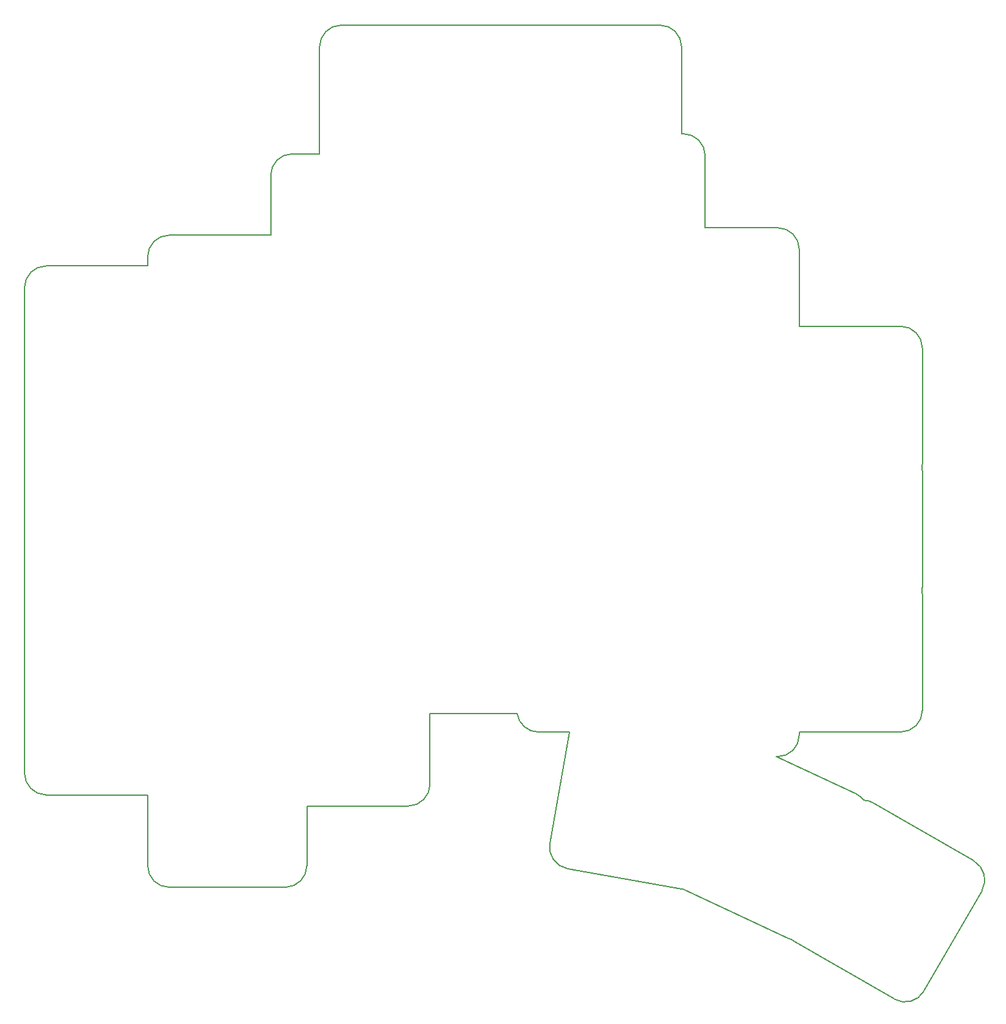
<source format=gm1>
G04 #@! TF.GenerationSoftware,KiCad,Pcbnew,9.0.7+1*
G04 #@! TF.CreationDate,2026-02-15T05:04:03+00:00*
G04 #@! TF.ProjectId,left_pcb,6c656674-5f70-4636-922e-6b696361645f,v0.2*
G04 #@! TF.SameCoordinates,Original*
G04 #@! TF.FileFunction,Profile,NP*
%FSLAX46Y46*%
G04 Gerber Fmt 4.6, Leading zero omitted, Abs format (unit mm)*
G04 Created by KiCad (PCBNEW 9.0.7+1) date 2026-02-15 05:04:03*
%MOMM*%
%LPD*%
G01*
G04 APERTURE LIST*
G04 #@! TA.AperFunction,Profile*
%ADD10C,0.150000*%
G04 #@! TD*
G04 APERTURE END LIST*
D10*
X27000000Y-144000000D02*
X41000000Y-144000000D01*
X24000000Y-125000000D02*
G75*
G02*
X24041961Y-124500000I2999900J0D01*
G01*
X24000000Y-125000000D02*
X24000000Y-141000000D01*
X27000000Y-144000000D02*
G75*
G02*
X24000000Y-141000000I0J3000000D01*
G01*
X24000000Y-108000000D02*
G75*
G02*
X24041961Y-107500000I2999900J0D01*
G01*
X24000000Y-108000000D02*
X24000000Y-124000000D01*
X24041960Y-124500000D02*
G75*
G02*
X23999998Y-124000000I2957940J500000D01*
G01*
X24000000Y-91000000D02*
G75*
G02*
X24041961Y-90500000I2999900J0D01*
G01*
X24000000Y-91000000D02*
X24000000Y-107000000D01*
X24041960Y-107500000D02*
G75*
G02*
X23999998Y-107000000I2957940J500000D01*
G01*
X41000000Y-71000000D02*
X27000000Y-71000000D01*
X24000000Y-74000000D02*
G75*
G02*
X27000000Y-71000000I3000000J0D01*
G01*
X24000000Y-74000000D02*
X24000000Y-90000000D01*
X24041960Y-90500000D02*
G75*
G02*
X23999998Y-90000000I2957940J500000D01*
G01*
X44000000Y-156750000D02*
X60000000Y-156750000D01*
X63000000Y-153750000D02*
G75*
G02*
X60000000Y-156750000I-3000000J0D01*
G01*
X63000000Y-153750000D02*
X63000000Y-145530000D01*
X41000000Y-144000000D02*
X41000000Y-153750000D01*
X44000000Y-156750000D02*
G75*
G02*
X41000000Y-153750000I0J3000000D01*
G01*
X58000000Y-66750000D02*
X44000000Y-66750000D01*
X41000000Y-69750000D02*
G75*
G02*
X44000000Y-66750000I3000000J0D01*
G01*
X41000000Y-69750000D02*
X41000000Y-71000000D01*
X63000000Y-145530000D02*
X77000000Y-145530000D01*
X80000000Y-142530000D02*
G75*
G02*
X77000000Y-145530000I-3000000J0D01*
G01*
X80000000Y-142530000D02*
X80000000Y-132780000D01*
X64750000Y-55530000D02*
X61000000Y-55530000D01*
X58000000Y-58530000D02*
G75*
G02*
X61000000Y-55530000I3000000J0D01*
G01*
X58000000Y-58530000D02*
X58000000Y-66750000D01*
X80000000Y-132780000D02*
X92033942Y-132780000D01*
X95000000Y-135330000D02*
X99267781Y-135330000D01*
X95000000Y-135330000D02*
G75*
G02*
X92033942Y-132780000I0J3000000D01*
G01*
X127832053Y-138730000D02*
X128000000Y-138730000D01*
X131000000Y-135730000D02*
G75*
G02*
X128000000Y-138730000I-3000000J0D01*
G01*
X131000000Y-135730000D02*
X131000000Y-135330000D01*
X131000000Y-79330000D02*
X131000000Y-68730000D01*
X128000000Y-65730000D02*
G75*
G02*
X131000000Y-68730000I0J-3000000D01*
G01*
X128000000Y-65730000D02*
X118000000Y-65730000D01*
X131000000Y-135330000D02*
X145000000Y-135330000D01*
X148000000Y-132330000D02*
G75*
G02*
X145000000Y-135330000I-3000000J0D01*
G01*
X148000000Y-132330000D02*
X148000000Y-116330000D01*
X147958040Y-115830000D02*
G75*
G02*
X148000002Y-116330000I-2957940J-500000D01*
G01*
X148000000Y-115330000D02*
G75*
G02*
X147958039Y-115830000I-2999900J0D01*
G01*
X148000000Y-115330000D02*
X148000000Y-99330000D01*
X147958040Y-98830000D02*
G75*
G02*
X148000002Y-99330000I-2957940J-500000D01*
G01*
X148000000Y-98330000D02*
G75*
G02*
X147958039Y-98830000I-2999900J0D01*
G01*
X148000000Y-98330000D02*
X148000000Y-82330000D01*
X145000000Y-79330000D02*
G75*
G02*
X148000000Y-82330000I0J-3000000D01*
G01*
X145000000Y-79330000D02*
X131000000Y-79330000D01*
X98991408Y-154173700D02*
X114748332Y-156952071D01*
X114918093Y-156977022D02*
G75*
G02*
X114748332Y-156952073I351307J2980422D01*
G01*
X99267781Y-135330000D02*
X96557929Y-150698332D01*
X98991408Y-154173700D02*
G75*
G02*
X96557994Y-150698343I520992J2954400D01*
G01*
X115071465Y-157053954D02*
X129572389Y-163815846D01*
X129938504Y-163958193D02*
G75*
G02*
X129572391Y-163815841I901796J2861293D01*
G01*
X138869991Y-143877075D02*
G75*
G02*
X139949292Y-144727635I-1267891J-2718925D01*
G01*
X138869991Y-143877075D02*
X127832053Y-138730000D01*
X115071465Y-157053954D02*
G75*
G02*
X114918092Y-156977023I1267135J2717554D01*
G01*
X130265101Y-164176449D02*
X144121508Y-172176449D01*
X148219584Y-171078373D02*
G75*
G02*
X144121498Y-172176467I-2598084J1499973D01*
G01*
X148219584Y-171078373D02*
X156219584Y-157221967D01*
X155121508Y-153123890D02*
G75*
G02*
X156219621Y-157221989I-1500008J-2598110D01*
G01*
X155121508Y-153123891D02*
X141265102Y-145123891D01*
X139949302Y-144727627D02*
G75*
G02*
X141265104Y-145123888I-184202J-2994373D01*
G01*
X130265101Y-164176449D02*
G75*
G02*
X129938505Y-163958191I1499999J2598049D01*
G01*
X114750000Y-52770000D02*
X114750000Y-40770000D01*
X111750000Y-37770000D02*
G75*
G02*
X114750000Y-40770000I0J-3000000D01*
G01*
X111750000Y-37770000D02*
X67750000Y-37770000D01*
X64750000Y-40770000D02*
G75*
G02*
X67750000Y-37770000I3000000J0D01*
G01*
X64750000Y-40770000D02*
X64750000Y-55530000D01*
X118000000Y-65730000D02*
X118000000Y-55770000D01*
X115000000Y-52770000D02*
G75*
G02*
X118000000Y-55770000I0J-3000000D01*
G01*
X115000000Y-52770000D02*
X114750000Y-52770000D01*
M02*

</source>
